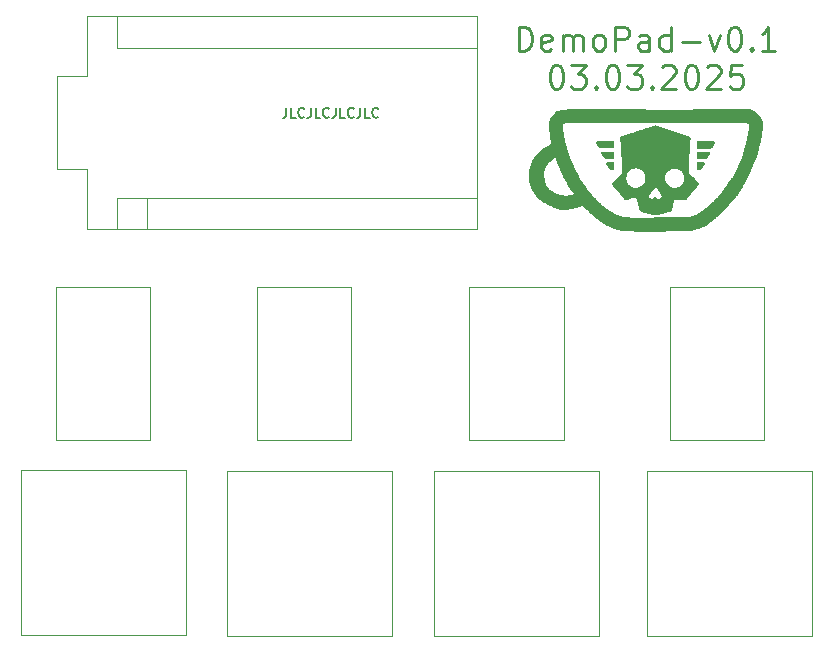
<source format=gbr>
%TF.GenerationSoftware,KiCad,Pcbnew,9.0.0*%
%TF.CreationDate,2025-03-03T22:54:26+00:00*%
%TF.ProjectId,controller,636f6e74-726f-46c6-9c65-722e6b696361,rev?*%
%TF.SameCoordinates,Original*%
%TF.FileFunction,Legend,Top*%
%TF.FilePolarity,Positive*%
%FSLAX46Y46*%
G04 Gerber Fmt 4.6, Leading zero omitted, Abs format (unit mm)*
G04 Created by KiCad (PCBNEW 9.0.0) date 2025-03-03 22:54:26*
%MOMM*%
%LPD*%
G01*
G04 APERTURE LIST*
%ADD10C,0.250000*%
%ADD11C,0.152400*%
%ADD12C,0.120000*%
%ADD13C,0.100000*%
%ADD14C,0.000000*%
G04 APERTURE END LIST*
D10*
X152190475Y-60522350D02*
X152190475Y-58522350D01*
X152190475Y-58522350D02*
X152666665Y-58522350D01*
X152666665Y-58522350D02*
X152952380Y-58617588D01*
X152952380Y-58617588D02*
X153142856Y-58808064D01*
X153142856Y-58808064D02*
X153238094Y-58998540D01*
X153238094Y-58998540D02*
X153333332Y-59379492D01*
X153333332Y-59379492D02*
X153333332Y-59665207D01*
X153333332Y-59665207D02*
X153238094Y-60046159D01*
X153238094Y-60046159D02*
X153142856Y-60236635D01*
X153142856Y-60236635D02*
X152952380Y-60427112D01*
X152952380Y-60427112D02*
X152666665Y-60522350D01*
X152666665Y-60522350D02*
X152190475Y-60522350D01*
X154952380Y-60427112D02*
X154761904Y-60522350D01*
X154761904Y-60522350D02*
X154380951Y-60522350D01*
X154380951Y-60522350D02*
X154190475Y-60427112D01*
X154190475Y-60427112D02*
X154095237Y-60236635D01*
X154095237Y-60236635D02*
X154095237Y-59474731D01*
X154095237Y-59474731D02*
X154190475Y-59284254D01*
X154190475Y-59284254D02*
X154380951Y-59189016D01*
X154380951Y-59189016D02*
X154761904Y-59189016D01*
X154761904Y-59189016D02*
X154952380Y-59284254D01*
X154952380Y-59284254D02*
X155047618Y-59474731D01*
X155047618Y-59474731D02*
X155047618Y-59665207D01*
X155047618Y-59665207D02*
X154095237Y-59855683D01*
X155904761Y-60522350D02*
X155904761Y-59189016D01*
X155904761Y-59379492D02*
X155999999Y-59284254D01*
X155999999Y-59284254D02*
X156190475Y-59189016D01*
X156190475Y-59189016D02*
X156476190Y-59189016D01*
X156476190Y-59189016D02*
X156666666Y-59284254D01*
X156666666Y-59284254D02*
X156761904Y-59474731D01*
X156761904Y-59474731D02*
X156761904Y-60522350D01*
X156761904Y-59474731D02*
X156857142Y-59284254D01*
X156857142Y-59284254D02*
X157047618Y-59189016D01*
X157047618Y-59189016D02*
X157333332Y-59189016D01*
X157333332Y-59189016D02*
X157523809Y-59284254D01*
X157523809Y-59284254D02*
X157619047Y-59474731D01*
X157619047Y-59474731D02*
X157619047Y-60522350D01*
X158857142Y-60522350D02*
X158666666Y-60427112D01*
X158666666Y-60427112D02*
X158571428Y-60331873D01*
X158571428Y-60331873D02*
X158476190Y-60141397D01*
X158476190Y-60141397D02*
X158476190Y-59569969D01*
X158476190Y-59569969D02*
X158571428Y-59379492D01*
X158571428Y-59379492D02*
X158666666Y-59284254D01*
X158666666Y-59284254D02*
X158857142Y-59189016D01*
X158857142Y-59189016D02*
X159142857Y-59189016D01*
X159142857Y-59189016D02*
X159333333Y-59284254D01*
X159333333Y-59284254D02*
X159428571Y-59379492D01*
X159428571Y-59379492D02*
X159523809Y-59569969D01*
X159523809Y-59569969D02*
X159523809Y-60141397D01*
X159523809Y-60141397D02*
X159428571Y-60331873D01*
X159428571Y-60331873D02*
X159333333Y-60427112D01*
X159333333Y-60427112D02*
X159142857Y-60522350D01*
X159142857Y-60522350D02*
X158857142Y-60522350D01*
X160380952Y-60522350D02*
X160380952Y-58522350D01*
X160380952Y-58522350D02*
X161142857Y-58522350D01*
X161142857Y-58522350D02*
X161333333Y-58617588D01*
X161333333Y-58617588D02*
X161428571Y-58712826D01*
X161428571Y-58712826D02*
X161523809Y-58903302D01*
X161523809Y-58903302D02*
X161523809Y-59189016D01*
X161523809Y-59189016D02*
X161428571Y-59379492D01*
X161428571Y-59379492D02*
X161333333Y-59474731D01*
X161333333Y-59474731D02*
X161142857Y-59569969D01*
X161142857Y-59569969D02*
X160380952Y-59569969D01*
X163238095Y-60522350D02*
X163238095Y-59474731D01*
X163238095Y-59474731D02*
X163142857Y-59284254D01*
X163142857Y-59284254D02*
X162952381Y-59189016D01*
X162952381Y-59189016D02*
X162571428Y-59189016D01*
X162571428Y-59189016D02*
X162380952Y-59284254D01*
X163238095Y-60427112D02*
X163047619Y-60522350D01*
X163047619Y-60522350D02*
X162571428Y-60522350D01*
X162571428Y-60522350D02*
X162380952Y-60427112D01*
X162380952Y-60427112D02*
X162285714Y-60236635D01*
X162285714Y-60236635D02*
X162285714Y-60046159D01*
X162285714Y-60046159D02*
X162380952Y-59855683D01*
X162380952Y-59855683D02*
X162571428Y-59760445D01*
X162571428Y-59760445D02*
X163047619Y-59760445D01*
X163047619Y-59760445D02*
X163238095Y-59665207D01*
X165047619Y-60522350D02*
X165047619Y-58522350D01*
X165047619Y-60427112D02*
X164857143Y-60522350D01*
X164857143Y-60522350D02*
X164476190Y-60522350D01*
X164476190Y-60522350D02*
X164285714Y-60427112D01*
X164285714Y-60427112D02*
X164190476Y-60331873D01*
X164190476Y-60331873D02*
X164095238Y-60141397D01*
X164095238Y-60141397D02*
X164095238Y-59569969D01*
X164095238Y-59569969D02*
X164190476Y-59379492D01*
X164190476Y-59379492D02*
X164285714Y-59284254D01*
X164285714Y-59284254D02*
X164476190Y-59189016D01*
X164476190Y-59189016D02*
X164857143Y-59189016D01*
X164857143Y-59189016D02*
X165047619Y-59284254D01*
X166000000Y-59760445D02*
X167523810Y-59760445D01*
X168285714Y-59189016D02*
X168761904Y-60522350D01*
X168761904Y-60522350D02*
X169238095Y-59189016D01*
X170380952Y-58522350D02*
X170571429Y-58522350D01*
X170571429Y-58522350D02*
X170761905Y-58617588D01*
X170761905Y-58617588D02*
X170857143Y-58712826D01*
X170857143Y-58712826D02*
X170952381Y-58903302D01*
X170952381Y-58903302D02*
X171047619Y-59284254D01*
X171047619Y-59284254D02*
X171047619Y-59760445D01*
X171047619Y-59760445D02*
X170952381Y-60141397D01*
X170952381Y-60141397D02*
X170857143Y-60331873D01*
X170857143Y-60331873D02*
X170761905Y-60427112D01*
X170761905Y-60427112D02*
X170571429Y-60522350D01*
X170571429Y-60522350D02*
X170380952Y-60522350D01*
X170380952Y-60522350D02*
X170190476Y-60427112D01*
X170190476Y-60427112D02*
X170095238Y-60331873D01*
X170095238Y-60331873D02*
X170000000Y-60141397D01*
X170000000Y-60141397D02*
X169904762Y-59760445D01*
X169904762Y-59760445D02*
X169904762Y-59284254D01*
X169904762Y-59284254D02*
X170000000Y-58903302D01*
X170000000Y-58903302D02*
X170095238Y-58712826D01*
X170095238Y-58712826D02*
X170190476Y-58617588D01*
X170190476Y-58617588D02*
X170380952Y-58522350D01*
X171904762Y-60331873D02*
X172000000Y-60427112D01*
X172000000Y-60427112D02*
X171904762Y-60522350D01*
X171904762Y-60522350D02*
X171809524Y-60427112D01*
X171809524Y-60427112D02*
X171904762Y-60331873D01*
X171904762Y-60331873D02*
X171904762Y-60522350D01*
X173904762Y-60522350D02*
X172761905Y-60522350D01*
X173333333Y-60522350D02*
X173333333Y-58522350D01*
X173333333Y-58522350D02*
X173142857Y-58808064D01*
X173142857Y-58808064D02*
X172952381Y-58998540D01*
X172952381Y-58998540D02*
X172761905Y-59093778D01*
X155285713Y-61742238D02*
X155476190Y-61742238D01*
X155476190Y-61742238D02*
X155666666Y-61837476D01*
X155666666Y-61837476D02*
X155761904Y-61932714D01*
X155761904Y-61932714D02*
X155857142Y-62123190D01*
X155857142Y-62123190D02*
X155952380Y-62504142D01*
X155952380Y-62504142D02*
X155952380Y-62980333D01*
X155952380Y-62980333D02*
X155857142Y-63361285D01*
X155857142Y-63361285D02*
X155761904Y-63551761D01*
X155761904Y-63551761D02*
X155666666Y-63647000D01*
X155666666Y-63647000D02*
X155476190Y-63742238D01*
X155476190Y-63742238D02*
X155285713Y-63742238D01*
X155285713Y-63742238D02*
X155095237Y-63647000D01*
X155095237Y-63647000D02*
X154999999Y-63551761D01*
X154999999Y-63551761D02*
X154904761Y-63361285D01*
X154904761Y-63361285D02*
X154809523Y-62980333D01*
X154809523Y-62980333D02*
X154809523Y-62504142D01*
X154809523Y-62504142D02*
X154904761Y-62123190D01*
X154904761Y-62123190D02*
X154999999Y-61932714D01*
X154999999Y-61932714D02*
X155095237Y-61837476D01*
X155095237Y-61837476D02*
X155285713Y-61742238D01*
X156619047Y-61742238D02*
X157857142Y-61742238D01*
X157857142Y-61742238D02*
X157190475Y-62504142D01*
X157190475Y-62504142D02*
X157476190Y-62504142D01*
X157476190Y-62504142D02*
X157666666Y-62599380D01*
X157666666Y-62599380D02*
X157761904Y-62694619D01*
X157761904Y-62694619D02*
X157857142Y-62885095D01*
X157857142Y-62885095D02*
X157857142Y-63361285D01*
X157857142Y-63361285D02*
X157761904Y-63551761D01*
X157761904Y-63551761D02*
X157666666Y-63647000D01*
X157666666Y-63647000D02*
X157476190Y-63742238D01*
X157476190Y-63742238D02*
X156904761Y-63742238D01*
X156904761Y-63742238D02*
X156714285Y-63647000D01*
X156714285Y-63647000D02*
X156619047Y-63551761D01*
X158714285Y-63551761D02*
X158809523Y-63647000D01*
X158809523Y-63647000D02*
X158714285Y-63742238D01*
X158714285Y-63742238D02*
X158619047Y-63647000D01*
X158619047Y-63647000D02*
X158714285Y-63551761D01*
X158714285Y-63551761D02*
X158714285Y-63742238D01*
X160047618Y-61742238D02*
X160238095Y-61742238D01*
X160238095Y-61742238D02*
X160428571Y-61837476D01*
X160428571Y-61837476D02*
X160523809Y-61932714D01*
X160523809Y-61932714D02*
X160619047Y-62123190D01*
X160619047Y-62123190D02*
X160714285Y-62504142D01*
X160714285Y-62504142D02*
X160714285Y-62980333D01*
X160714285Y-62980333D02*
X160619047Y-63361285D01*
X160619047Y-63361285D02*
X160523809Y-63551761D01*
X160523809Y-63551761D02*
X160428571Y-63647000D01*
X160428571Y-63647000D02*
X160238095Y-63742238D01*
X160238095Y-63742238D02*
X160047618Y-63742238D01*
X160047618Y-63742238D02*
X159857142Y-63647000D01*
X159857142Y-63647000D02*
X159761904Y-63551761D01*
X159761904Y-63551761D02*
X159666666Y-63361285D01*
X159666666Y-63361285D02*
X159571428Y-62980333D01*
X159571428Y-62980333D02*
X159571428Y-62504142D01*
X159571428Y-62504142D02*
X159666666Y-62123190D01*
X159666666Y-62123190D02*
X159761904Y-61932714D01*
X159761904Y-61932714D02*
X159857142Y-61837476D01*
X159857142Y-61837476D02*
X160047618Y-61742238D01*
X161380952Y-61742238D02*
X162619047Y-61742238D01*
X162619047Y-61742238D02*
X161952380Y-62504142D01*
X161952380Y-62504142D02*
X162238095Y-62504142D01*
X162238095Y-62504142D02*
X162428571Y-62599380D01*
X162428571Y-62599380D02*
X162523809Y-62694619D01*
X162523809Y-62694619D02*
X162619047Y-62885095D01*
X162619047Y-62885095D02*
X162619047Y-63361285D01*
X162619047Y-63361285D02*
X162523809Y-63551761D01*
X162523809Y-63551761D02*
X162428571Y-63647000D01*
X162428571Y-63647000D02*
X162238095Y-63742238D01*
X162238095Y-63742238D02*
X161666666Y-63742238D01*
X161666666Y-63742238D02*
X161476190Y-63647000D01*
X161476190Y-63647000D02*
X161380952Y-63551761D01*
X163476190Y-63551761D02*
X163571428Y-63647000D01*
X163571428Y-63647000D02*
X163476190Y-63742238D01*
X163476190Y-63742238D02*
X163380952Y-63647000D01*
X163380952Y-63647000D02*
X163476190Y-63551761D01*
X163476190Y-63551761D02*
X163476190Y-63742238D01*
X164333333Y-61932714D02*
X164428571Y-61837476D01*
X164428571Y-61837476D02*
X164619047Y-61742238D01*
X164619047Y-61742238D02*
X165095238Y-61742238D01*
X165095238Y-61742238D02*
X165285714Y-61837476D01*
X165285714Y-61837476D02*
X165380952Y-61932714D01*
X165380952Y-61932714D02*
X165476190Y-62123190D01*
X165476190Y-62123190D02*
X165476190Y-62313666D01*
X165476190Y-62313666D02*
X165380952Y-62599380D01*
X165380952Y-62599380D02*
X164238095Y-63742238D01*
X164238095Y-63742238D02*
X165476190Y-63742238D01*
X166714285Y-61742238D02*
X166904762Y-61742238D01*
X166904762Y-61742238D02*
X167095238Y-61837476D01*
X167095238Y-61837476D02*
X167190476Y-61932714D01*
X167190476Y-61932714D02*
X167285714Y-62123190D01*
X167285714Y-62123190D02*
X167380952Y-62504142D01*
X167380952Y-62504142D02*
X167380952Y-62980333D01*
X167380952Y-62980333D02*
X167285714Y-63361285D01*
X167285714Y-63361285D02*
X167190476Y-63551761D01*
X167190476Y-63551761D02*
X167095238Y-63647000D01*
X167095238Y-63647000D02*
X166904762Y-63742238D01*
X166904762Y-63742238D02*
X166714285Y-63742238D01*
X166714285Y-63742238D02*
X166523809Y-63647000D01*
X166523809Y-63647000D02*
X166428571Y-63551761D01*
X166428571Y-63551761D02*
X166333333Y-63361285D01*
X166333333Y-63361285D02*
X166238095Y-62980333D01*
X166238095Y-62980333D02*
X166238095Y-62504142D01*
X166238095Y-62504142D02*
X166333333Y-62123190D01*
X166333333Y-62123190D02*
X166428571Y-61932714D01*
X166428571Y-61932714D02*
X166523809Y-61837476D01*
X166523809Y-61837476D02*
X166714285Y-61742238D01*
X168142857Y-61932714D02*
X168238095Y-61837476D01*
X168238095Y-61837476D02*
X168428571Y-61742238D01*
X168428571Y-61742238D02*
X168904762Y-61742238D01*
X168904762Y-61742238D02*
X169095238Y-61837476D01*
X169095238Y-61837476D02*
X169190476Y-61932714D01*
X169190476Y-61932714D02*
X169285714Y-62123190D01*
X169285714Y-62123190D02*
X169285714Y-62313666D01*
X169285714Y-62313666D02*
X169190476Y-62599380D01*
X169190476Y-62599380D02*
X168047619Y-63742238D01*
X168047619Y-63742238D02*
X169285714Y-63742238D01*
X171095238Y-61742238D02*
X170142857Y-61742238D01*
X170142857Y-61742238D02*
X170047619Y-62694619D01*
X170047619Y-62694619D02*
X170142857Y-62599380D01*
X170142857Y-62599380D02*
X170333333Y-62504142D01*
X170333333Y-62504142D02*
X170809524Y-62504142D01*
X170809524Y-62504142D02*
X171000000Y-62599380D01*
X171000000Y-62599380D02*
X171095238Y-62694619D01*
X171095238Y-62694619D02*
X171190476Y-62885095D01*
X171190476Y-62885095D02*
X171190476Y-63361285D01*
X171190476Y-63361285D02*
X171095238Y-63551761D01*
X171095238Y-63551761D02*
X171000000Y-63647000D01*
X171000000Y-63647000D02*
X170809524Y-63742238D01*
X170809524Y-63742238D02*
X170333333Y-63742238D01*
X170333333Y-63742238D02*
X170142857Y-63647000D01*
X170142857Y-63647000D02*
X170047619Y-63551761D01*
D11*
X132526015Y-65379803D02*
X132526015Y-65960375D01*
X132526015Y-65960375D02*
X132487310Y-66076489D01*
X132487310Y-66076489D02*
X132409901Y-66153899D01*
X132409901Y-66153899D02*
X132293786Y-66192603D01*
X132293786Y-66192603D02*
X132216377Y-66192603D01*
X133300110Y-66192603D02*
X132913062Y-66192603D01*
X132913062Y-66192603D02*
X132913062Y-65379803D01*
X134035500Y-66115194D02*
X133996796Y-66153899D01*
X133996796Y-66153899D02*
X133880681Y-66192603D01*
X133880681Y-66192603D02*
X133803272Y-66192603D01*
X133803272Y-66192603D02*
X133687158Y-66153899D01*
X133687158Y-66153899D02*
X133609748Y-66076489D01*
X133609748Y-66076489D02*
X133571043Y-65999079D01*
X133571043Y-65999079D02*
X133532339Y-65844260D01*
X133532339Y-65844260D02*
X133532339Y-65728146D01*
X133532339Y-65728146D02*
X133571043Y-65573327D01*
X133571043Y-65573327D02*
X133609748Y-65495918D01*
X133609748Y-65495918D02*
X133687158Y-65418508D01*
X133687158Y-65418508D02*
X133803272Y-65379803D01*
X133803272Y-65379803D02*
X133880681Y-65379803D01*
X133880681Y-65379803D02*
X133996796Y-65418508D01*
X133996796Y-65418508D02*
X134035500Y-65457213D01*
X134616072Y-65379803D02*
X134616072Y-65960375D01*
X134616072Y-65960375D02*
X134577367Y-66076489D01*
X134577367Y-66076489D02*
X134499958Y-66153899D01*
X134499958Y-66153899D02*
X134383843Y-66192603D01*
X134383843Y-66192603D02*
X134306434Y-66192603D01*
X135390167Y-66192603D02*
X135003119Y-66192603D01*
X135003119Y-66192603D02*
X135003119Y-65379803D01*
X136125557Y-66115194D02*
X136086853Y-66153899D01*
X136086853Y-66153899D02*
X135970738Y-66192603D01*
X135970738Y-66192603D02*
X135893329Y-66192603D01*
X135893329Y-66192603D02*
X135777215Y-66153899D01*
X135777215Y-66153899D02*
X135699805Y-66076489D01*
X135699805Y-66076489D02*
X135661100Y-65999079D01*
X135661100Y-65999079D02*
X135622396Y-65844260D01*
X135622396Y-65844260D02*
X135622396Y-65728146D01*
X135622396Y-65728146D02*
X135661100Y-65573327D01*
X135661100Y-65573327D02*
X135699805Y-65495918D01*
X135699805Y-65495918D02*
X135777215Y-65418508D01*
X135777215Y-65418508D02*
X135893329Y-65379803D01*
X135893329Y-65379803D02*
X135970738Y-65379803D01*
X135970738Y-65379803D02*
X136086853Y-65418508D01*
X136086853Y-65418508D02*
X136125557Y-65457213D01*
X136706129Y-65379803D02*
X136706129Y-65960375D01*
X136706129Y-65960375D02*
X136667424Y-66076489D01*
X136667424Y-66076489D02*
X136590015Y-66153899D01*
X136590015Y-66153899D02*
X136473900Y-66192603D01*
X136473900Y-66192603D02*
X136396491Y-66192603D01*
X137480224Y-66192603D02*
X137093176Y-66192603D01*
X137093176Y-66192603D02*
X137093176Y-65379803D01*
X138215614Y-66115194D02*
X138176910Y-66153899D01*
X138176910Y-66153899D02*
X138060795Y-66192603D01*
X138060795Y-66192603D02*
X137983386Y-66192603D01*
X137983386Y-66192603D02*
X137867272Y-66153899D01*
X137867272Y-66153899D02*
X137789862Y-66076489D01*
X137789862Y-66076489D02*
X137751157Y-65999079D01*
X137751157Y-65999079D02*
X137712453Y-65844260D01*
X137712453Y-65844260D02*
X137712453Y-65728146D01*
X137712453Y-65728146D02*
X137751157Y-65573327D01*
X137751157Y-65573327D02*
X137789862Y-65495918D01*
X137789862Y-65495918D02*
X137867272Y-65418508D01*
X137867272Y-65418508D02*
X137983386Y-65379803D01*
X137983386Y-65379803D02*
X138060795Y-65379803D01*
X138060795Y-65379803D02*
X138176910Y-65418508D01*
X138176910Y-65418508D02*
X138215614Y-65457213D01*
X138796186Y-65379803D02*
X138796186Y-65960375D01*
X138796186Y-65960375D02*
X138757481Y-66076489D01*
X138757481Y-66076489D02*
X138680072Y-66153899D01*
X138680072Y-66153899D02*
X138563957Y-66192603D01*
X138563957Y-66192603D02*
X138486548Y-66192603D01*
X139570281Y-66192603D02*
X139183233Y-66192603D01*
X139183233Y-66192603D02*
X139183233Y-65379803D01*
X140305671Y-66115194D02*
X140266967Y-66153899D01*
X140266967Y-66153899D02*
X140150852Y-66192603D01*
X140150852Y-66192603D02*
X140073443Y-66192603D01*
X140073443Y-66192603D02*
X139957329Y-66153899D01*
X139957329Y-66153899D02*
X139879919Y-66076489D01*
X139879919Y-66076489D02*
X139841214Y-65999079D01*
X139841214Y-65999079D02*
X139802510Y-65844260D01*
X139802510Y-65844260D02*
X139802510Y-65728146D01*
X139802510Y-65728146D02*
X139841214Y-65573327D01*
X139841214Y-65573327D02*
X139879919Y-65495918D01*
X139879919Y-65495918D02*
X139957329Y-65418508D01*
X139957329Y-65418508D02*
X140073443Y-65379803D01*
X140073443Y-65379803D02*
X140150852Y-65379803D01*
X140150852Y-65379803D02*
X140266967Y-65418508D01*
X140266967Y-65418508D02*
X140305671Y-65457213D01*
D12*
%TO.C,U1*%
X113110000Y-62683000D02*
X113110000Y-70557000D01*
X113110000Y-62683000D02*
X115650000Y-62683000D01*
X113110000Y-70557000D02*
X115650000Y-70557000D01*
X115650000Y-57603000D02*
X115650000Y-62683000D01*
X115650000Y-70557000D02*
X115650000Y-75637000D01*
X115650000Y-75637000D02*
X148670000Y-75640000D01*
X118190000Y-60270000D02*
X118190000Y-57600000D01*
X118190000Y-72970000D02*
X118190000Y-75640000D01*
X120730000Y-72970000D02*
X120730000Y-75640000D01*
X146130000Y-60270000D02*
X118190000Y-60270000D01*
X146130000Y-60270000D02*
X148670000Y-60270000D01*
X148670000Y-57603000D02*
X115650000Y-57603000D01*
X148670000Y-60270000D02*
X148670000Y-57603000D01*
X148670000Y-72970000D02*
X118190000Y-72970000D01*
X148670000Y-72970000D02*
X148670000Y-75640000D01*
X148670000Y-75637000D02*
X148670000Y-60270000D01*
%TO.C,SW11*%
X110015000Y-96015000D02*
X123985000Y-96015000D01*
X110015000Y-109985000D02*
X110015000Y-96015000D01*
X123985000Y-96015000D02*
X123985000Y-109985000D01*
X123985000Y-109985000D02*
X110015000Y-109985000D01*
%TO.C,SW8*%
X145015000Y-96095000D02*
X158985000Y-96095000D01*
X145015000Y-110065000D02*
X145015000Y-96095000D01*
X158985000Y-96095000D02*
X158985000Y-110065000D01*
X158985000Y-110065000D02*
X145015000Y-110065000D01*
D13*
%TO.C,SW2*%
X148000000Y-80500000D02*
X156000000Y-80500000D01*
X148000000Y-93500000D02*
X148000000Y-80500000D01*
X156000000Y-80500000D02*
X156000000Y-93500000D01*
X156000000Y-93500000D02*
X148000000Y-93500000D01*
D14*
%TO.C,G\u002A\u002A\u002A*%
G36*
X160267431Y-70288093D02*
G01*
X160267431Y-70593219D01*
X160085978Y-70593219D01*
X159904525Y-70593219D01*
X159838714Y-70494901D01*
X159808231Y-70449879D01*
X159783285Y-70413995D01*
X159767808Y-70392864D01*
X159765150Y-70389802D01*
X159748074Y-70367697D01*
X159723880Y-70327614D01*
X159696102Y-70276515D01*
X159668274Y-70221365D01*
X159643929Y-70169128D01*
X159626601Y-70126767D01*
X159620041Y-70103822D01*
X159618842Y-70065167D01*
X159631905Y-70037286D01*
X159650715Y-70017767D01*
X159688263Y-69982968D01*
X159977847Y-69982968D01*
X160267431Y-69982968D01*
X160267431Y-70288093D01*
G37*
G36*
X167923307Y-70016254D02*
G01*
X167949837Y-70057111D01*
X167952451Y-70104453D01*
X167931072Y-70160825D01*
X167918234Y-70182643D01*
X167896983Y-70216412D01*
X167865559Y-70266559D01*
X167828122Y-70326433D01*
X167788832Y-70389388D01*
X167787079Y-70392201D01*
X167740925Y-70466580D01*
X167705474Y-70521506D01*
X167676117Y-70559912D01*
X167648245Y-70584730D01*
X167617248Y-70598894D01*
X167578518Y-70605336D01*
X167527444Y-70606990D01*
X167459420Y-70606789D01*
X167449886Y-70606780D01*
X167264975Y-70606780D01*
X167264975Y-70294874D01*
X167264975Y-69982968D01*
X167577498Y-69982968D01*
X167890020Y-69982968D01*
X167923307Y-70016254D01*
G37*
G36*
X159845870Y-69097308D02*
G01*
X159938574Y-69098104D01*
X160267431Y-69101494D01*
X160267431Y-69406620D01*
X160267431Y-69711745D01*
X160013160Y-69708865D01*
X159919860Y-69707652D01*
X159823812Y-69706132D01*
X159733085Y-69704450D01*
X159655750Y-69702754D01*
X159613827Y-69701633D01*
X159468765Y-69697281D01*
X159381846Y-69565512D01*
X159309804Y-69454177D01*
X159254422Y-69363847D01*
X159215538Y-69294251D01*
X159199118Y-69260200D01*
X159186428Y-69216106D01*
X159183283Y-69170470D01*
X159189654Y-69133332D01*
X159199492Y-69117987D01*
X159221020Y-69111749D01*
X159268339Y-69106547D01*
X159340138Y-69102416D01*
X159435102Y-69099391D01*
X159551921Y-69097508D01*
X159689281Y-69096802D01*
X159845870Y-69097308D01*
G37*
G36*
X168116505Y-69084759D02*
G01*
X168185778Y-69085278D01*
X168240675Y-69086199D01*
X168283016Y-69087559D01*
X168314623Y-69089401D01*
X168337316Y-69091765D01*
X168352915Y-69094691D01*
X168363243Y-69098220D01*
X168370119Y-69102391D01*
X168375364Y-69107246D01*
X168379804Y-69111844D01*
X168404523Y-69153782D01*
X168404837Y-69202675D01*
X168380978Y-69254143D01*
X168371543Y-69266560D01*
X168349852Y-69296320D01*
X168319007Y-69342992D01*
X168283289Y-69399928D01*
X168250468Y-69454532D01*
X168212747Y-69516696D01*
X168174632Y-69576123D01*
X168140925Y-69625507D01*
X168119172Y-69654314D01*
X168071863Y-69711256D01*
X167670434Y-69711501D01*
X167269006Y-69711745D01*
X167259427Y-69448200D01*
X167255929Y-69338206D01*
X167254577Y-69252447D01*
X167255664Y-69188100D01*
X167259486Y-69142341D01*
X167266336Y-69112346D01*
X167276509Y-69095292D01*
X167290299Y-69088355D01*
X167296997Y-69087779D01*
X167490765Y-69086747D01*
X167659232Y-69085873D01*
X167804219Y-69085196D01*
X167927546Y-69084758D01*
X168031034Y-69084599D01*
X168116505Y-69084759D01*
G37*
G36*
X159322405Y-68194812D02*
G01*
X159472408Y-68195271D01*
X159535099Y-68195485D01*
X160267431Y-68198008D01*
X160267431Y-68500579D01*
X160267431Y-68803149D01*
X159884329Y-68806540D01*
X159704989Y-68808018D01*
X159551208Y-68809037D01*
X159421426Y-68809590D01*
X159314082Y-68809670D01*
X159227617Y-68809270D01*
X159160471Y-68808381D01*
X159111085Y-68806998D01*
X159077898Y-68805112D01*
X159059350Y-68802716D01*
X159059155Y-68802671D01*
X159035224Y-68787311D01*
X159001543Y-68752410D01*
X158961286Y-68702273D01*
X158917629Y-68641205D01*
X158873745Y-68573511D01*
X158832808Y-68503494D01*
X158817661Y-68475207D01*
X158790900Y-68424305D01*
X158767153Y-68380187D01*
X158750464Y-68350333D01*
X158747287Y-68345033D01*
X158737818Y-68306636D01*
X158747755Y-68261943D01*
X158774809Y-68220935D01*
X158776020Y-68219707D01*
X158782589Y-68213883D01*
X158791151Y-68208982D01*
X158803913Y-68204935D01*
X158823087Y-68201670D01*
X158850881Y-68199118D01*
X158889505Y-68197207D01*
X158941168Y-68195868D01*
X159008080Y-68195029D01*
X159092451Y-68194621D01*
X159196489Y-68194572D01*
X159322405Y-68194812D01*
G37*
G36*
X168788846Y-68233967D02*
G01*
X168811501Y-68264942D01*
X168823781Y-68289614D01*
X168824505Y-68294015D01*
X168817591Y-68319145D01*
X168798683Y-68362066D01*
X168770533Y-68417806D01*
X168735893Y-68481391D01*
X168697517Y-68547850D01*
X168658155Y-68612210D01*
X168620559Y-68669499D01*
X168602756Y-68694660D01*
X168569190Y-68739159D01*
X168540576Y-68770534D01*
X168510985Y-68791438D01*
X168474490Y-68804521D01*
X168425161Y-68812436D01*
X168357071Y-68817834D01*
X168322744Y-68819913D01*
X168242362Y-68824705D01*
X168157342Y-68829867D01*
X168079144Y-68834699D01*
X168030931Y-68837746D01*
X167976064Y-68840427D01*
X167932109Y-68840996D01*
X167905593Y-68839443D01*
X167901011Y-68837975D01*
X167885752Y-68835656D01*
X167847510Y-68833555D01*
X167790426Y-68831792D01*
X167718638Y-68830486D01*
X167636286Y-68829755D01*
X167613098Y-68829673D01*
X167519051Y-68829347D01*
X167448211Y-68828618D01*
X167396659Y-68827083D01*
X167360481Y-68824338D01*
X167335759Y-68819977D01*
X167318577Y-68813598D01*
X167305019Y-68804796D01*
X167295500Y-68796903D01*
X167258195Y-68764813D01*
X167262727Y-68495807D01*
X167264751Y-68412633D01*
X167267735Y-68338527D01*
X167271407Y-68277843D01*
X167275497Y-68234936D01*
X167279732Y-68214161D01*
X167280345Y-68213240D01*
X167297014Y-68209970D01*
X167339847Y-68206947D01*
X167407886Y-68204195D01*
X167500173Y-68201736D01*
X167615751Y-68199593D01*
X167753663Y-68197788D01*
X167912950Y-68196344D01*
X168023308Y-68195633D01*
X168753186Y-68191588D01*
X168788846Y-68233967D01*
G37*
G36*
X163889763Y-66880622D02*
G01*
X163956901Y-66899503D01*
X164025152Y-66919916D01*
X164082868Y-66938341D01*
X164098451Y-66943678D01*
X164126326Y-66953236D01*
X164177326Y-66970451D01*
X164248830Y-66994449D01*
X164338218Y-67024355D01*
X164442869Y-67059294D01*
X164560164Y-67098391D01*
X164687481Y-67140770D01*
X164822201Y-67185556D01*
X164918899Y-67217669D01*
X165056227Y-67263380D01*
X165187154Y-67307200D01*
X165309174Y-67348276D01*
X165419786Y-67385754D01*
X165516483Y-67418778D01*
X165596762Y-67446496D01*
X165658118Y-67468052D01*
X165698049Y-67482592D01*
X165712226Y-67488284D01*
X165761402Y-67507619D01*
X165816441Y-67524362D01*
X165830000Y-67527622D01*
X165881636Y-67541001D01*
X165940069Y-67558879D01*
X165965611Y-67567639D01*
X165999370Y-67579298D01*
X166054195Y-67597645D01*
X166125315Y-67621112D01*
X166207961Y-67648129D01*
X166297364Y-67677125D01*
X166342818Y-67691781D01*
X166450441Y-67726758D01*
X166535207Y-67755265D01*
X166600247Y-67778604D01*
X166648689Y-67798078D01*
X166683663Y-67814988D01*
X166708297Y-67830636D01*
X166725720Y-67846323D01*
X166731996Y-67853684D01*
X166739106Y-67877141D01*
X166742784Y-67920562D01*
X166743058Y-67977011D01*
X166739955Y-68039551D01*
X166733502Y-68101244D01*
X166730955Y-68118312D01*
X166727874Y-68145214D01*
X166723536Y-68193700D01*
X166718386Y-68258286D01*
X166712868Y-68333486D01*
X166709022Y-68389535D01*
X166703218Y-68468916D01*
X166696957Y-68541520D01*
X166690786Y-68601860D01*
X166685250Y-68644450D01*
X166682047Y-68660758D01*
X166677961Y-68688182D01*
X166674359Y-68736944D01*
X166671530Y-68801256D01*
X166669759Y-68875334D01*
X166669350Y-68916341D01*
X166668559Y-68990312D01*
X166667083Y-69054740D01*
X166665095Y-69104740D01*
X166662769Y-69135426D01*
X166661288Y-69142528D01*
X166659138Y-69158414D01*
X166656372Y-69198024D01*
X166653151Y-69257972D01*
X166649638Y-69334869D01*
X166645992Y-69425330D01*
X166642376Y-69525967D01*
X166640862Y-69571781D01*
X166636888Y-69688029D01*
X166632418Y-69806546D01*
X166627698Y-69921564D01*
X166622976Y-70027314D01*
X166618501Y-70118027D01*
X166614519Y-70187933D01*
X166614183Y-70193165D01*
X166608429Y-70287180D01*
X166602379Y-70395321D01*
X166596730Y-70504607D01*
X166592177Y-70602061D01*
X166591946Y-70607431D01*
X166582937Y-70818280D01*
X166628774Y-70871873D01*
X166649060Y-70894129D01*
X166685857Y-70932999D01*
X166736595Y-70985827D01*
X166798701Y-71049954D01*
X166869604Y-71122723D01*
X166946732Y-71201476D01*
X167008717Y-71264495D01*
X167122210Y-71379940D01*
X167217622Y-71477650D01*
X167296175Y-71558939D01*
X167359089Y-71625126D01*
X167407587Y-71677526D01*
X167442891Y-71717456D01*
X167466221Y-71746233D01*
X167478801Y-71765173D01*
X167481953Y-71774478D01*
X167473182Y-71797662D01*
X167449503Y-71834694D01*
X167414875Y-71879934D01*
X167378345Y-71922210D01*
X167343883Y-71961477D01*
X167311390Y-72000890D01*
X167304028Y-72010357D01*
X167282782Y-72037172D01*
X167248949Y-72078640D01*
X167207482Y-72128728D01*
X167170345Y-72173091D01*
X167122623Y-72230549D01*
X167074946Y-72289243D01*
X167033788Y-72341141D01*
X167011871Y-72369727D01*
X166975562Y-72416758D01*
X166938331Y-72462557D01*
X166913912Y-72490829D01*
X166888534Y-72522417D01*
X166873485Y-72548144D01*
X166871702Y-72555245D01*
X166863654Y-72571667D01*
X166858361Y-72573144D01*
X166845852Y-72583116D01*
X166818734Y-72611023D01*
X166779626Y-72653853D01*
X166731146Y-72708594D01*
X166675913Y-72772235D01*
X166616546Y-72841763D01*
X166555665Y-72914166D01*
X166495889Y-72986433D01*
X166451307Y-73041273D01*
X166412546Y-73089046D01*
X166375908Y-73133620D01*
X166347921Y-73167070D01*
X166342712Y-73173145D01*
X166308703Y-73212437D01*
X165834170Y-73211277D01*
X165359636Y-73210116D01*
X165336580Y-73288293D01*
X165321065Y-73346985D01*
X165305871Y-73414131D01*
X165298007Y-73454618D01*
X165284912Y-73518086D01*
X165267987Y-73586192D01*
X165257048Y-73624132D01*
X165242749Y-73671888D01*
X165224561Y-73735524D01*
X165204420Y-73807930D01*
X165184263Y-73881998D01*
X165166027Y-73950618D01*
X165151648Y-74006681D01*
X165143614Y-74040493D01*
X165119356Y-74096209D01*
X165074102Y-74135149D01*
X165007451Y-74157644D01*
X164999526Y-74159012D01*
X164939644Y-74170804D01*
X164875349Y-74186671D01*
X164850354Y-74193902D01*
X164755346Y-74223205D01*
X164682010Y-74245628D01*
X164626134Y-74262401D01*
X164583510Y-74274757D01*
X164549926Y-74283928D01*
X164521174Y-74291145D01*
X164505285Y-74294868D01*
X164472413Y-74302908D01*
X164430386Y-74314174D01*
X164376232Y-74329531D01*
X164306980Y-74349847D01*
X164219660Y-74375990D01*
X164111301Y-74408825D01*
X164030853Y-74433352D01*
X163885593Y-74468263D01*
X163753250Y-74480448D01*
X163634586Y-74469850D01*
X163610250Y-74464420D01*
X163554646Y-74449413D01*
X163488114Y-74429867D01*
X163427175Y-74410694D01*
X163363890Y-74390853D01*
X163288708Y-74368658D01*
X163216041Y-74348342D01*
X163203416Y-74344967D01*
X163139929Y-74327658D01*
X163061234Y-74305476D01*
X162978059Y-74281475D01*
X162911852Y-74261926D01*
X162834767Y-74238909D01*
X162754516Y-74215024D01*
X162681225Y-74193281D01*
X162630629Y-74178338D01*
X162557523Y-74153265D01*
X162507356Y-74126626D01*
X162475983Y-74095411D01*
X162459260Y-74056612D01*
X162458491Y-74053358D01*
X162451436Y-74026384D01*
X162438371Y-73980139D01*
X162421210Y-73921291D01*
X162403361Y-73861452D01*
X162381946Y-73789680D01*
X162356048Y-73701746D01*
X162328575Y-73607584D01*
X162302435Y-73517128D01*
X162296175Y-73495301D01*
X162259766Y-73368326D01*
X162229900Y-73264810D01*
X162205749Y-73182111D01*
X162186484Y-73117587D01*
X162171279Y-73068594D01*
X162159304Y-73032491D01*
X162149734Y-73006636D01*
X162141739Y-72988385D01*
X162134492Y-72975097D01*
X162131954Y-72971091D01*
X162115749Y-72950466D01*
X162096654Y-72941247D01*
X162065352Y-72940635D01*
X162038698Y-72943039D01*
X162002026Y-72950480D01*
X161946623Y-72966150D01*
X161878808Y-72987873D01*
X161804899Y-73013470D01*
X161731211Y-73040767D01*
X161664063Y-73067586D01*
X161616764Y-73088420D01*
X161585139Y-73101949D01*
X161538366Y-73120367D01*
X161482521Y-73141465D01*
X161423682Y-73163037D01*
X161367926Y-73182875D01*
X161321329Y-73198773D01*
X161289969Y-73208522D01*
X161280606Y-73210517D01*
X161261442Y-73200488D01*
X161228458Y-73172577D01*
X161184817Y-73130054D01*
X161133680Y-73076187D01*
X161078209Y-73014242D01*
X161021565Y-72947489D01*
X160997215Y-72917598D01*
X160956804Y-72867787D01*
X163224056Y-72867787D01*
X163233265Y-72891295D01*
X163257605Y-72926435D01*
X163291675Y-72967114D01*
X163330079Y-73007238D01*
X163367419Y-73040711D01*
X163393272Y-73058820D01*
X163435737Y-73071476D01*
X163491060Y-73073342D01*
X163547164Y-73064299D01*
X163559516Y-73060453D01*
X163592665Y-73040566D01*
X163608833Y-73016379D01*
X163621392Y-72992156D01*
X163647290Y-72955557D01*
X163681258Y-72913942D01*
X163686222Y-72908288D01*
X163755755Y-72829818D01*
X163822667Y-72899607D01*
X163859426Y-72939288D01*
X163890786Y-72975512D01*
X163909506Y-72999807D01*
X163934997Y-73026775D01*
X163970970Y-73052493D01*
X163975597Y-73055080D01*
X164007950Y-73069941D01*
X164035236Y-73072497D01*
X164071334Y-73063545D01*
X164079065Y-73061030D01*
X164122715Y-73039902D01*
X164171636Y-73006060D01*
X164219177Y-72965399D01*
X164258685Y-72923815D01*
X164283509Y-72887204D01*
X164287624Y-72876162D01*
X164290438Y-72853903D01*
X164287302Y-72827899D01*
X164276863Y-72795500D01*
X164257772Y-72754054D01*
X164228676Y-72700910D01*
X164188225Y-72633415D01*
X164135067Y-72548918D01*
X164067850Y-72444768D01*
X164067555Y-72444313D01*
X164006092Y-72350104D01*
X163957449Y-72276309D01*
X163919910Y-72220445D01*
X163891760Y-72180028D01*
X163871282Y-72152575D01*
X163856760Y-72135601D01*
X163849709Y-72129017D01*
X163812459Y-72112561D01*
X163772867Y-72122380D01*
X163730094Y-72158723D01*
X163723702Y-72166061D01*
X163689125Y-72205770D01*
X163646373Y-72253251D01*
X163613640Y-72288651D01*
X163581421Y-72324853D01*
X163558320Y-72354417D01*
X163549231Y-72371071D01*
X163549225Y-72371259D01*
X163539855Y-72387506D01*
X163515792Y-72414194D01*
X163494781Y-72434148D01*
X163461879Y-72469660D01*
X163423762Y-72519710D01*
X163387614Y-72574711D01*
X163380649Y-72586504D01*
X163350828Y-72635838D01*
X163323151Y-72677507D01*
X163302253Y-72704673D01*
X163297333Y-72709541D01*
X163273166Y-72739417D01*
X163249214Y-72783957D01*
X163231004Y-72831226D01*
X163224056Y-72867787D01*
X160956804Y-72867787D01*
X160946062Y-72854546D01*
X160885839Y-72781213D01*
X160825080Y-72707951D01*
X160784846Y-72659937D01*
X160740065Y-72606770D01*
X160699895Y-72558998D01*
X160668511Y-72521587D01*
X160650084Y-72499505D01*
X160649235Y-72498477D01*
X160633170Y-72479314D01*
X160602971Y-72443571D01*
X160562085Y-72395318D01*
X160513959Y-72338625D01*
X160476927Y-72295060D01*
X160399380Y-72202616D01*
X160326946Y-72113836D01*
X160261542Y-72031259D01*
X160205087Y-71957428D01*
X160159499Y-71894883D01*
X160126697Y-71846166D01*
X160108598Y-71813817D01*
X160105599Y-71803179D01*
X160115123Y-71770296D01*
X160139563Y-71723023D01*
X160175475Y-71666933D01*
X160219418Y-71607601D01*
X160247089Y-71574059D01*
X160274143Y-71544284D01*
X160317424Y-71498695D01*
X160373814Y-71440486D01*
X160440191Y-71372850D01*
X160460553Y-71352315D01*
X161302481Y-71352315D01*
X161308175Y-71413325D01*
X161321337Y-71479212D01*
X161325386Y-71495780D01*
X161353444Y-71594728D01*
X161385222Y-71675407D01*
X161425564Y-71746615D01*
X161479312Y-71817154D01*
X161537818Y-71881752D01*
X161598165Y-71942482D01*
X161647487Y-71985426D01*
X161690833Y-72014647D01*
X161721781Y-72029720D01*
X161766504Y-72048618D01*
X161804447Y-72065259D01*
X161820181Y-72072560D01*
X161893061Y-72098562D01*
X161983791Y-72116239D01*
X162084255Y-72125110D01*
X162186341Y-72124695D01*
X162281934Y-72114514D01*
X162334614Y-72103022D01*
X162387522Y-72087283D01*
X162426227Y-72071118D01*
X162460564Y-72048930D01*
X162500369Y-72015121D01*
X162518868Y-71998161D01*
X162548419Y-71972030D01*
X162568017Y-71957022D01*
X162572824Y-71955605D01*
X162583595Y-71956044D01*
X162609825Y-71947225D01*
X162612801Y-71945981D01*
X162644109Y-71927496D01*
X162682583Y-71897671D01*
X162722299Y-71862111D01*
X162757336Y-71826424D01*
X162781770Y-71796215D01*
X162789802Y-71778414D01*
X162798278Y-71749631D01*
X162820393Y-71709740D01*
X162851173Y-71667361D01*
X162859539Y-71657502D01*
X162883839Y-71614556D01*
X162902857Y-71550583D01*
X162916250Y-71471225D01*
X162923672Y-71382125D01*
X162924666Y-71298398D01*
X164601516Y-71298398D01*
X164604044Y-71402855D01*
X164614841Y-71489923D01*
X164636233Y-71568676D01*
X164670550Y-71648190D01*
X164709561Y-71719630D01*
X164787495Y-71830661D01*
X164883067Y-71929606D01*
X164991221Y-72012410D01*
X165106899Y-72075020D01*
X165190122Y-72104796D01*
X165272895Y-72119195D01*
X165371152Y-72122418D01*
X165475904Y-72114975D01*
X165578160Y-72097378D01*
X165644420Y-72078967D01*
X165753309Y-72036404D01*
X165844480Y-71985417D01*
X165927224Y-71920036D01*
X165990579Y-71856629D01*
X166077508Y-71750682D01*
X166140235Y-71644669D01*
X166181055Y-71532731D01*
X166202261Y-71409015D01*
X166206675Y-71305178D01*
X166204436Y-71218707D01*
X166196395Y-71148511D01*
X166180248Y-71083967D01*
X166153691Y-71014455D01*
X166134243Y-70971181D01*
X166087782Y-70880340D01*
X166040157Y-70808572D01*
X165985545Y-70748231D01*
X165925773Y-70697505D01*
X165801876Y-70614091D01*
X165677851Y-70555738D01*
X165548968Y-70520776D01*
X165410497Y-70507536D01*
X165386758Y-70507323D01*
X165267919Y-70513504D01*
X165164500Y-70533206D01*
X165070614Y-70568967D01*
X164980374Y-70623323D01*
X164887893Y-70698811D01*
X164842434Y-70741865D01*
X164756417Y-70833306D01*
X164692323Y-70919521D01*
X164647474Y-71006701D01*
X164619191Y-71101034D01*
X164604792Y-71208710D01*
X164601516Y-71298398D01*
X162924666Y-71298398D01*
X162924778Y-71288923D01*
X162919223Y-71197263D01*
X162906661Y-71112786D01*
X162895606Y-71067858D01*
X162869286Y-70993000D01*
X162835725Y-70919028D01*
X162798646Y-70852799D01*
X162761769Y-70801165D01*
X162737760Y-70777131D01*
X162707025Y-70749929D01*
X162671882Y-70714858D01*
X162663077Y-70705384D01*
X162622684Y-70669186D01*
X162575731Y-70637807D01*
X162566753Y-70633126D01*
X162518221Y-70607831D01*
X162467517Y-70579070D01*
X162457554Y-70573058D01*
X162377896Y-70537016D01*
X162280537Y-70513110D01*
X162172069Y-70501415D01*
X162059083Y-70502004D01*
X161948171Y-70514952D01*
X161845925Y-70540333D01*
X161783204Y-70565457D01*
X161656269Y-70640414D01*
X161546018Y-70733263D01*
X161454768Y-70841148D01*
X161384838Y-70961218D01*
X161338545Y-71090618D01*
X161331456Y-71121541D01*
X161313997Y-71214124D01*
X161304380Y-71288482D01*
X161302481Y-71352315D01*
X160460553Y-71352315D01*
X160513435Y-71298982D01*
X160590426Y-71222074D01*
X160609934Y-71202706D01*
X160685273Y-71127608D01*
X160755758Y-71056597D01*
X160818669Y-70992469D01*
X160871291Y-70938021D01*
X160910904Y-70896051D01*
X160934790Y-70869354D01*
X160938792Y-70864327D01*
X160955813Y-70838019D01*
X160965988Y-70810697D01*
X160971007Y-70774339D01*
X160972564Y-70720920D01*
X160972610Y-70703977D01*
X160971280Y-70639222D01*
X160967711Y-70560041D01*
X160962534Y-70478979D01*
X160959285Y-70438779D01*
X160953423Y-70372509D01*
X160945928Y-70287807D01*
X160937559Y-70193258D01*
X160929077Y-70097449D01*
X160924343Y-70043993D01*
X160917570Y-69962576D01*
X160912173Y-69887964D01*
X160908471Y-69825403D01*
X160906779Y-69780141D01*
X160907156Y-69759209D01*
X160907977Y-69728171D01*
X160906672Y-69674761D01*
X160903562Y-69603620D01*
X160898972Y-69519388D01*
X160893224Y-69426705D01*
X160886643Y-69330210D01*
X160879550Y-69234545D01*
X160872270Y-69144348D01*
X160865126Y-69064260D01*
X160858441Y-68998922D01*
X160852539Y-68952972D01*
X160849991Y-68938761D01*
X160844617Y-68902362D01*
X160839302Y-68846010D01*
X160834600Y-68776869D01*
X160831066Y-68702102D01*
X160830573Y-68687880D01*
X160826274Y-68563267D01*
X160821557Y-68440132D01*
X160816581Y-68321590D01*
X160811504Y-68210759D01*
X160806484Y-68110753D01*
X160801679Y-68024688D01*
X160797247Y-67955680D01*
X160793347Y-67906845D01*
X160790137Y-67881298D01*
X160789523Y-67879072D01*
X160793132Y-67852683D01*
X160821760Y-67823946D01*
X160873537Y-67794029D01*
X160946589Y-67764102D01*
X161003504Y-67745524D01*
X161054825Y-67729706D01*
X161124510Y-67707636D01*
X161209534Y-67680318D01*
X161306869Y-67648755D01*
X161413490Y-67613950D01*
X161526370Y-67576907D01*
X161642483Y-67538628D01*
X161758801Y-67500117D01*
X161872299Y-67462377D01*
X161979951Y-67426411D01*
X162078729Y-67393224D01*
X162165607Y-67363817D01*
X162237560Y-67339195D01*
X162291560Y-67320360D01*
X162324580Y-67308315D01*
X162333001Y-67304798D01*
X162370687Y-67289087D01*
X162404213Y-67278859D01*
X162450289Y-67266425D01*
X162517387Y-67246568D01*
X162600903Y-67220740D01*
X162696231Y-67190392D01*
X162798763Y-67156974D01*
X162903895Y-67121937D01*
X162925413Y-67114665D01*
X162991522Y-67092388D01*
X163057408Y-67070469D01*
X163126738Y-67047731D01*
X163203179Y-67022993D01*
X163290397Y-66995077D01*
X163392060Y-66962804D01*
X163511834Y-66924995D01*
X163653386Y-66880472D01*
X163672785Y-66874378D01*
X163762443Y-66846219D01*
X163889763Y-66880622D01*
G37*
G36*
X157635520Y-65487965D02*
G01*
X157650027Y-65488459D01*
X157690245Y-65489012D01*
X157754759Y-65489619D01*
X157842157Y-65490275D01*
X157951027Y-65490975D01*
X158079955Y-65491715D01*
X158227530Y-65492491D01*
X158392339Y-65493298D01*
X158572968Y-65494131D01*
X158768006Y-65494986D01*
X158976040Y-65495858D01*
X159195656Y-65496743D01*
X159425443Y-65497637D01*
X159663987Y-65498534D01*
X159909877Y-65499430D01*
X160161699Y-65500320D01*
X160418040Y-65501201D01*
X160677489Y-65502067D01*
X160938632Y-65502915D01*
X161200057Y-65503738D01*
X161460351Y-65504534D01*
X161718101Y-65505296D01*
X161971895Y-65506022D01*
X162220320Y-65506706D01*
X162461964Y-65507343D01*
X162695414Y-65507930D01*
X162919256Y-65508461D01*
X163132080Y-65508932D01*
X163332471Y-65509338D01*
X163519017Y-65509676D01*
X163690306Y-65509940D01*
X163844925Y-65510126D01*
X163981461Y-65510229D01*
X164098501Y-65510245D01*
X164194634Y-65510169D01*
X164268446Y-65509997D01*
X164318524Y-65509724D01*
X164335771Y-65509524D01*
X164350893Y-65509492D01*
X164392034Y-65509456D01*
X164458088Y-65509414D01*
X164547950Y-65509368D01*
X164660517Y-65509318D01*
X164794683Y-65509264D01*
X164949345Y-65509206D01*
X165123397Y-65509146D01*
X165315736Y-65509083D01*
X165525256Y-65509017D01*
X165750853Y-65508949D01*
X165991423Y-65508880D01*
X166245862Y-65508809D01*
X166513063Y-65508737D01*
X166791924Y-65508664D01*
X167081340Y-65508591D01*
X167380206Y-65508518D01*
X167687417Y-65508446D01*
X168001870Y-65508374D01*
X168074130Y-65508357D01*
X171792147Y-65507527D01*
X171905149Y-65542925D01*
X172084198Y-65612554D01*
X172249058Y-65703853D01*
X172398177Y-65814881D01*
X172530003Y-65943699D01*
X172642982Y-66088367D01*
X172735561Y-66246945D01*
X172806189Y-66417494D01*
X172853311Y-66598074D01*
X172873332Y-66752403D01*
X172875825Y-66848979D01*
X172871459Y-66968895D01*
X172860630Y-67109355D01*
X172843733Y-67267565D01*
X172821163Y-67440730D01*
X172793316Y-67626054D01*
X172760588Y-67820744D01*
X172723373Y-68022004D01*
X172682068Y-68227039D01*
X172637067Y-68433055D01*
X172633076Y-68450560D01*
X172529243Y-68870504D01*
X172412112Y-69278979D01*
X172280024Y-69680499D01*
X172131319Y-70079575D01*
X171964340Y-70480721D01*
X171777426Y-70888450D01*
X171618609Y-71210250D01*
X171564180Y-71316114D01*
X171506263Y-71426510D01*
X171447998Y-71535606D01*
X171392528Y-71637569D01*
X171342994Y-71726564D01*
X171304537Y-71793379D01*
X171261630Y-71866927D01*
X171221759Y-71936854D01*
X171187755Y-71998074D01*
X171162448Y-72045501D01*
X171149798Y-72071382D01*
X171127969Y-72113059D01*
X171095790Y-72164928D01*
X171060015Y-72216138D01*
X171058087Y-72218708D01*
X171018580Y-72275444D01*
X170976499Y-72342633D01*
X170940686Y-72406128D01*
X170939419Y-72408564D01*
X170911382Y-72460844D01*
X170884601Y-72507608D01*
X170863856Y-72540586D01*
X170859934Y-72546022D01*
X170840743Y-72573009D01*
X170812264Y-72615220D01*
X170779677Y-72664936D01*
X170768930Y-72681633D01*
X170728596Y-72738671D01*
X170677225Y-72803039D01*
X170623763Y-72863730D01*
X170604939Y-72883359D01*
X170564000Y-72925313D01*
X170531329Y-72959809D01*
X170510929Y-72982558D01*
X170506086Y-72989280D01*
X170498060Y-73001442D01*
X170476101Y-73030537D01*
X170443383Y-73072452D01*
X170403082Y-73123076D01*
X170394811Y-73133364D01*
X170199914Y-73368965D01*
X169998151Y-73600716D01*
X169793644Y-73824181D01*
X169590514Y-74034924D01*
X169392885Y-74228510D01*
X169278073Y-74335114D01*
X169194095Y-74411305D01*
X169126925Y-74472096D01*
X169073303Y-74520330D01*
X169029967Y-74558854D01*
X168993659Y-74590511D01*
X168961118Y-74618148D01*
X168929084Y-74644608D01*
X168894298Y-74672738D01*
X168856979Y-74702602D01*
X168806039Y-74743300D01*
X168758762Y-74781095D01*
X168721917Y-74810577D01*
X168707806Y-74821885D01*
X168670697Y-74850695D01*
X168627901Y-74882640D01*
X168618195Y-74889691D01*
X168583643Y-74919891D01*
X168558019Y-74951596D01*
X168553205Y-74960709D01*
X168530915Y-74992545D01*
X168499711Y-75018374D01*
X168465767Y-75041072D01*
X168424479Y-75072162D01*
X168406159Y-75087023D01*
X168376437Y-75108837D01*
X168327232Y-75141545D01*
X168262660Y-75182677D01*
X168186840Y-75229764D01*
X168103890Y-75280337D01*
X168017927Y-75331928D01*
X167933071Y-75382067D01*
X167853439Y-75428286D01*
X167783149Y-75468115D01*
X167726319Y-75499086D01*
X167687067Y-75518730D01*
X167683328Y-75520384D01*
X167633921Y-75540036D01*
X167576885Y-75559183D01*
X167506965Y-75579380D01*
X167418911Y-75602185D01*
X167353123Y-75618265D01*
X167300382Y-75632200D01*
X167231847Y-75652062D01*
X167157361Y-75674932D01*
X167102242Y-75692721D01*
X166992063Y-75725827D01*
X166870450Y-75756738D01*
X166748247Y-75782990D01*
X166636298Y-75802115D01*
X166600480Y-75806795D01*
X166557519Y-75810200D01*
X166489159Y-75813455D01*
X166397124Y-75816556D01*
X166283136Y-75819497D01*
X166148918Y-75822276D01*
X165996194Y-75824887D01*
X165826686Y-75827325D01*
X165642118Y-75829586D01*
X165444212Y-75831666D01*
X165234691Y-75833559D01*
X165015279Y-75835262D01*
X164787699Y-75836770D01*
X164553674Y-75838078D01*
X164314926Y-75839182D01*
X164073180Y-75840076D01*
X163830157Y-75840758D01*
X163587581Y-75841221D01*
X163347175Y-75841462D01*
X163110662Y-75841476D01*
X162879765Y-75841258D01*
X162656207Y-75840804D01*
X162441712Y-75840109D01*
X162238001Y-75839169D01*
X162046799Y-75837979D01*
X161869828Y-75836535D01*
X161708812Y-75834832D01*
X161565473Y-75832866D01*
X161441534Y-75830631D01*
X161338719Y-75828124D01*
X161258751Y-75825340D01*
X161203352Y-75822274D01*
X161189588Y-75821084D01*
X161123010Y-75813944D01*
X161062552Y-75806303D01*
X161002602Y-75797171D01*
X160937550Y-75785562D01*
X160861785Y-75770488D01*
X160769697Y-75750962D01*
X160681046Y-75731592D01*
X160628311Y-75719023D01*
X160562932Y-75702000D01*
X160489991Y-75682013D01*
X160414569Y-75660548D01*
X160341750Y-75639095D01*
X160276615Y-75619141D01*
X160224246Y-75602174D01*
X160189726Y-75589682D01*
X160179284Y-75584680D01*
X160160786Y-75575216D01*
X160124463Y-75558985D01*
X160077686Y-75539263D01*
X160070795Y-75536439D01*
X159941151Y-75479414D01*
X159800554Y-75410462D01*
X159659062Y-75334805D01*
X159526736Y-75257665D01*
X159491849Y-75235974D01*
X159441851Y-75203541D01*
X159380412Y-75162382D01*
X159311171Y-75115073D01*
X159237770Y-75064190D01*
X159163851Y-75012309D01*
X159093053Y-74962005D01*
X159029020Y-74915856D01*
X158975391Y-74876436D01*
X158935809Y-74846322D01*
X158913914Y-74828089D01*
X158911318Y-74825294D01*
X158897975Y-74813299D01*
X158868676Y-74789610D01*
X158829147Y-74758829D01*
X158818960Y-74751040D01*
X158732192Y-74682690D01*
X158630501Y-74598724D01*
X158518126Y-74502717D01*
X158399312Y-74398243D01*
X158383253Y-74383903D01*
X158355441Y-74358047D01*
X158311354Y-74315841D01*
X158253894Y-74260118D01*
X158185961Y-74193708D01*
X158110456Y-74119444D01*
X158030278Y-74040159D01*
X157976999Y-73987240D01*
X157898597Y-73909788D01*
X157825672Y-73838822D01*
X157760577Y-73776546D01*
X157705661Y-73725165D01*
X157663275Y-73686886D01*
X157635770Y-73663912D01*
X157626091Y-73658035D01*
X157605321Y-73662856D01*
X157566177Y-73675795D01*
X157515330Y-73694564D01*
X157485537Y-73706243D01*
X157387005Y-73744954D01*
X157304359Y-73775497D01*
X157228752Y-73800833D01*
X157151336Y-73823921D01*
X157063263Y-73847721D01*
X157060223Y-73848513D01*
X157001464Y-73863369D01*
X156944722Y-73876563D01*
X156884829Y-73889089D01*
X156816618Y-73901942D01*
X156734919Y-73916114D01*
X156634566Y-73932600D01*
X156565242Y-73943699D01*
X156508917Y-73953368D01*
X156454486Y-73963863D01*
X156422850Y-73970791D01*
X156328370Y-73992664D01*
X156252283Y-74007675D01*
X156186987Y-74016696D01*
X156124880Y-74020597D01*
X156058359Y-74020250D01*
X156009236Y-74018163D01*
X155935799Y-74013016D01*
X155861970Y-74005585D01*
X155797992Y-73997009D01*
X155765135Y-73991058D01*
X155704813Y-73978213D01*
X155642235Y-73965134D01*
X155605484Y-73957604D01*
X155550605Y-73943068D01*
X155495632Y-73923268D01*
X155476653Y-73914696D01*
X155443797Y-73900778D01*
X155391011Y-73881170D01*
X155324333Y-73858000D01*
X155249806Y-73833394D01*
X155209129Y-73820479D01*
X154927519Y-73719780D01*
X154660656Y-73598765D01*
X154410379Y-73458420D01*
X154178529Y-73299730D01*
X154059768Y-73205186D01*
X153985367Y-73138980D01*
X153901628Y-73058369D01*
X153815184Y-72970224D01*
X153732668Y-72881414D01*
X153660714Y-72798810D01*
X153626255Y-72756219D01*
X153478303Y-72544956D01*
X153348754Y-72315279D01*
X153238763Y-72069709D01*
X153149487Y-71810765D01*
X153093998Y-71596743D01*
X153080063Y-71515053D01*
X153069209Y-71411977D01*
X153061642Y-71293100D01*
X153057571Y-71164004D01*
X153057202Y-71030275D01*
X153060743Y-70897495D01*
X153065065Y-70816977D01*
X153069631Y-70762733D01*
X154357985Y-70762733D01*
X154370192Y-71115322D01*
X154374154Y-71214018D01*
X154378903Y-71306899D01*
X154384132Y-71389539D01*
X154389536Y-71457509D01*
X154394808Y-71506382D01*
X154398775Y-71528937D01*
X154408605Y-71566516D01*
X154414736Y-71591761D01*
X154415679Y-71596743D01*
X154422328Y-71619473D01*
X154438445Y-71659722D01*
X154461045Y-71710917D01*
X154487140Y-71766483D01*
X154513747Y-71819846D01*
X154534793Y-71859020D01*
X154590811Y-71950050D01*
X154655704Y-72041980D01*
X154725996Y-72130933D01*
X154798210Y-72213031D01*
X154868869Y-72284395D01*
X154934496Y-72341147D01*
X154991615Y-72379410D01*
X155008683Y-72387603D01*
X155047006Y-72410917D01*
X155076910Y-72441080D01*
X155077802Y-72442407D01*
X155102075Y-72467111D01*
X155142014Y-72495914D01*
X155183091Y-72519447D01*
X155239159Y-72550103D01*
X155297289Y-72585510D01*
X155331320Y-72608443D01*
X155372405Y-72634529D01*
X155409517Y-72652327D01*
X155428830Y-72657271D01*
X155455174Y-72661874D01*
X155499548Y-72673215D01*
X155554318Y-72689261D01*
X155582057Y-72698038D01*
X155725950Y-72739543D01*
X155865198Y-72767998D01*
X156013375Y-72786019D01*
X156056700Y-72789437D01*
X156143521Y-72794678D01*
X156216313Y-72796314D01*
X156284469Y-72793919D01*
X156357382Y-72787069D01*
X156444443Y-72775341D01*
X156477095Y-72770447D01*
X156599217Y-72749512D01*
X156697867Y-72727582D01*
X156772317Y-72704925D01*
X156821838Y-72681811D01*
X156845703Y-72658509D01*
X156843183Y-72635288D01*
X156843016Y-72635048D01*
X156702971Y-72429048D01*
X156557541Y-72202160D01*
X156409631Y-71959322D01*
X156262145Y-71705469D01*
X156117987Y-71445538D01*
X155980062Y-71184466D01*
X155919459Y-71065250D01*
X155881531Y-70989392D01*
X155848111Y-70922020D01*
X155820989Y-70866790D01*
X155801957Y-70827359D01*
X155792808Y-70807382D01*
X155792258Y-70805725D01*
X155786844Y-70791777D01*
X155772139Y-70758439D01*
X155750445Y-70710841D01*
X155726434Y-70659161D01*
X155691592Y-70583467D01*
X155653334Y-70498278D01*
X155617743Y-70417217D01*
X155603075Y-70383021D01*
X155578292Y-70324622D01*
X155556508Y-70273318D01*
X155540491Y-70235626D01*
X155533961Y-70220288D01*
X155506896Y-70155049D01*
X155473868Y-70072613D01*
X155438133Y-69981289D01*
X155402946Y-69889387D01*
X155374586Y-69813454D01*
X155352044Y-69752292D01*
X155332278Y-69698889D01*
X155317547Y-69659335D01*
X155310437Y-69640549D01*
X155298893Y-69623147D01*
X155280018Y-69616838D01*
X155250911Y-69622622D01*
X155208670Y-69641502D01*
X155150396Y-69674479D01*
X155073400Y-69722421D01*
X154987999Y-69784041D01*
X154895565Y-69862927D01*
X154802571Y-69952828D01*
X154715493Y-70047492D01*
X154642089Y-70138921D01*
X154578832Y-70235433D01*
X154516148Y-70350674D01*
X154458007Y-70476460D01*
X154408378Y-70604613D01*
X154391643Y-70655201D01*
X154357985Y-70762733D01*
X153069631Y-70762733D01*
X153073442Y-70717455D01*
X153085803Y-70622811D01*
X153103314Y-70528315D01*
X153127145Y-70429238D01*
X153158464Y-70320852D01*
X153198437Y-70198427D01*
X153248235Y-70057234D01*
X153262187Y-70018912D01*
X153282440Y-69963664D01*
X153298961Y-69920380D01*
X153314409Y-69884119D01*
X153331443Y-69849942D01*
X153352722Y-69812907D01*
X153380907Y-69768073D01*
X153418657Y-69710502D01*
X153468632Y-69635250D01*
X153469086Y-69634568D01*
X153643820Y-69394558D01*
X153834464Y-69176485D01*
X154040984Y-68980381D01*
X154263343Y-68806276D01*
X154501507Y-68654203D01*
X154659903Y-68569597D01*
X154727191Y-68536577D01*
X154789774Y-68506579D01*
X154841737Y-68482389D01*
X154877165Y-68466792D01*
X154883662Y-68464214D01*
X154922807Y-68444849D01*
X154950400Y-68422555D01*
X154960484Y-68402618D01*
X154958942Y-68397438D01*
X154956883Y-68391442D01*
X154953510Y-68377008D01*
X154948444Y-68352041D01*
X154941302Y-68314443D01*
X154931703Y-68262121D01*
X154919265Y-68192978D01*
X154903609Y-68104919D01*
X154884352Y-67995849D01*
X154861114Y-67863671D01*
X154841552Y-67752162D01*
X154805059Y-67534365D01*
X154776295Y-67340685D01*
X154755119Y-67169285D01*
X154741389Y-67018325D01*
X154735173Y-66890244D01*
X155921300Y-66890244D01*
X155923605Y-66969381D01*
X155931771Y-67067055D01*
X155945930Y-67184413D01*
X155966217Y-67322602D01*
X155992766Y-67482768D01*
X156025710Y-67666058D01*
X156065182Y-67873617D01*
X156098716Y-68043726D01*
X156120650Y-68145946D01*
X156149353Y-68268068D01*
X156183253Y-68404184D01*
X156220780Y-68548388D01*
X156260362Y-68694772D01*
X156300428Y-68837429D01*
X156339406Y-68970454D01*
X156375726Y-69087938D01*
X156380084Y-69101494D01*
X156398502Y-69156875D01*
X156422450Y-69226513D01*
X156450121Y-69305395D01*
X156479707Y-69388510D01*
X156509401Y-69470844D01*
X156537396Y-69547385D01*
X156561884Y-69613121D01*
X156581059Y-69663039D01*
X156592779Y-69691404D01*
X156604648Y-69719392D01*
X156621393Y-69761199D01*
X156631809Y-69788030D01*
X156653203Y-69841781D01*
X156676315Y-69896836D01*
X156685125Y-69916860D01*
X156700934Y-69952408D01*
X156724413Y-70005702D01*
X156752431Y-70069611D01*
X156781853Y-70137002D01*
X156782688Y-70138921D01*
X156973287Y-70548801D01*
X157187951Y-70959410D01*
X157424122Y-71366283D01*
X157679245Y-71764952D01*
X157873127Y-72044260D01*
X157914788Y-72101396D01*
X157964168Y-72167720D01*
X158018204Y-72239263D01*
X158073835Y-72312059D01*
X158127998Y-72382141D01*
X158177630Y-72445542D01*
X158219669Y-72498294D01*
X158251052Y-72536431D01*
X158266471Y-72553794D01*
X158282908Y-72572720D01*
X158308240Y-72604018D01*
X158321409Y-72620816D01*
X158350968Y-72657200D01*
X158390754Y-72703934D01*
X158432599Y-72751439D01*
X158436197Y-72755436D01*
X158479059Y-72803120D01*
X158522040Y-72851210D01*
X158556280Y-72889791D01*
X158558078Y-72891831D01*
X158590257Y-72926739D01*
X158638445Y-72976909D01*
X158699088Y-73038815D01*
X158768632Y-73108930D01*
X158843523Y-73183731D01*
X158920208Y-73259690D01*
X158995133Y-73333283D01*
X159064745Y-73400984D01*
X159125488Y-73459268D01*
X159173811Y-73504608D01*
X159196102Y-73524786D01*
X159339601Y-73648024D01*
X159490680Y-73771356D01*
X159645650Y-73892115D01*
X159800823Y-74007635D01*
X159952507Y-74115248D01*
X160097014Y-74212287D01*
X160230655Y-74296085D01*
X160349740Y-74363975D01*
X160375920Y-74377696D01*
X160594957Y-74475584D01*
X160829192Y-74552377D01*
X160999732Y-74592846D01*
X161045375Y-74602005D01*
X161088129Y-74610284D01*
X161129512Y-74617722D01*
X161171041Y-74624360D01*
X161214234Y-74630238D01*
X161260609Y-74635396D01*
X161311684Y-74639874D01*
X161368977Y-74643713D01*
X161434004Y-74646952D01*
X161508285Y-74649632D01*
X161593337Y-74651793D01*
X161690677Y-74653475D01*
X161801824Y-74654719D01*
X161928296Y-74655565D01*
X162071609Y-74656052D01*
X162233282Y-74656221D01*
X162414833Y-74656113D01*
X162617779Y-74655766D01*
X162843638Y-74655223D01*
X163093928Y-74654522D01*
X163305125Y-74653898D01*
X163527135Y-74653225D01*
X163742263Y-74652550D01*
X163948886Y-74651879D01*
X164145383Y-74651218D01*
X164330133Y-74650574D01*
X164501513Y-74649952D01*
X164657902Y-74649359D01*
X164797679Y-74648801D01*
X164919220Y-74648285D01*
X165020906Y-74647816D01*
X165101114Y-74647402D01*
X165158223Y-74647047D01*
X165190610Y-74646758D01*
X165196903Y-74646644D01*
X165222333Y-74646287D01*
X165271587Y-74646030D01*
X165341364Y-74645876D01*
X165428367Y-74645826D01*
X165529295Y-74645882D01*
X165640850Y-74646044D01*
X165759732Y-74646315D01*
X165784925Y-74646385D01*
X165987962Y-74645990D01*
X166164839Y-74643534D01*
X166316444Y-74638962D01*
X166443663Y-74632218D01*
X166547386Y-74623247D01*
X166628499Y-74611993D01*
X166687891Y-74598400D01*
X166715749Y-74588061D01*
X166744171Y-74576297D01*
X166791680Y-74558176D01*
X166851710Y-74536147D01*
X166917695Y-74512661D01*
X166919166Y-74512145D01*
X167049930Y-74463291D01*
X167173030Y-74410320D01*
X167294455Y-74350142D01*
X167420192Y-74279670D01*
X167556228Y-74195813D01*
X167647258Y-74136482D01*
X167697530Y-74101813D01*
X167761632Y-74055570D01*
X167835473Y-74000903D01*
X167914964Y-73940960D01*
X167996013Y-73878893D01*
X168074531Y-73817849D01*
X168146428Y-73760980D01*
X168207613Y-73711433D01*
X168253997Y-73672360D01*
X168276443Y-73651985D01*
X168292685Y-73637011D01*
X168323768Y-73608958D01*
X168364239Y-73572737D01*
X168384932Y-73554305D01*
X168494755Y-73454455D01*
X168608199Y-73347296D01*
X168723137Y-73235127D01*
X168837440Y-73120250D01*
X168948979Y-73004966D01*
X169055627Y-72891574D01*
X169155256Y-72782376D01*
X169245737Y-72679672D01*
X169324943Y-72585763D01*
X169390744Y-72502950D01*
X169441013Y-72433533D01*
X169473622Y-72379813D01*
X169476239Y-72374548D01*
X169501136Y-72330783D01*
X169536674Y-72277822D01*
X169575423Y-72226696D01*
X169577736Y-72223869D01*
X169617717Y-72171967D01*
X169656261Y-72116464D01*
X169685212Y-72069124D01*
X169685867Y-72067916D01*
X169711715Y-72024780D01*
X169748294Y-71969763D01*
X169789345Y-71912129D01*
X169807226Y-71888307D01*
X169850534Y-71829962D01*
X169901090Y-71759195D01*
X169951526Y-71686428D01*
X169981943Y-71641200D01*
X170021127Y-71584103D01*
X170058886Y-71532813D01*
X170090772Y-71493153D01*
X170111406Y-71471686D01*
X170132052Y-71448467D01*
X170163241Y-71405235D01*
X170202597Y-71345826D01*
X170247740Y-71274073D01*
X170296292Y-71193809D01*
X170345877Y-71108870D01*
X170394114Y-71023088D01*
X170424976Y-70966150D01*
X170468816Y-70882944D01*
X170516879Y-70790169D01*
X170566515Y-70693085D01*
X170615073Y-70596954D01*
X170659900Y-70507039D01*
X170698345Y-70428599D01*
X170727757Y-70366896D01*
X170735929Y-70349118D01*
X170765426Y-70284103D01*
X170797924Y-70212714D01*
X170825440Y-70152482D01*
X170994411Y-69757505D01*
X171150156Y-69339370D01*
X171292467Y-68898714D01*
X171421136Y-68436175D01*
X171515707Y-68043726D01*
X171529968Y-67975759D01*
X171546364Y-67889827D01*
X171564308Y-67789740D01*
X171583209Y-67679306D01*
X171602480Y-67562336D01*
X171621531Y-67442640D01*
X171639773Y-67324027D01*
X171656619Y-67210308D01*
X171671478Y-67105292D01*
X171683763Y-67012788D01*
X171692885Y-66936608D01*
X171698254Y-66880559D01*
X171699465Y-66854707D01*
X171690031Y-66810548D01*
X171666089Y-66762704D01*
X171634176Y-66721944D01*
X171606216Y-66701157D01*
X171596636Y-66698099D01*
X171581100Y-66695206D01*
X171558931Y-66692474D01*
X171529452Y-66689901D01*
X171491986Y-66687484D01*
X171445858Y-66685218D01*
X171390389Y-66683102D01*
X171324903Y-66681131D01*
X171248724Y-66679303D01*
X171161174Y-66677614D01*
X171061576Y-66676062D01*
X170949255Y-66674643D01*
X170823533Y-66673354D01*
X170683733Y-66672191D01*
X170529178Y-66671153D01*
X170359193Y-66670234D01*
X170173099Y-66669434D01*
X169970221Y-66668747D01*
X169749881Y-66668171D01*
X169511402Y-66667703D01*
X169254109Y-66667340D01*
X168977323Y-66667078D01*
X168680369Y-66666914D01*
X168362569Y-66666846D01*
X168023247Y-66666869D01*
X167661726Y-66666981D01*
X167277328Y-66667179D01*
X166869379Y-66667460D01*
X166437199Y-66667820D01*
X165980113Y-66668255D01*
X165497445Y-66668764D01*
X164988516Y-66669343D01*
X164844313Y-66669513D01*
X164446789Y-66669983D01*
X164055389Y-66670440D01*
X163671026Y-66670881D01*
X163294615Y-66671308D01*
X162927069Y-66671717D01*
X162569301Y-66672110D01*
X162222226Y-66672485D01*
X161886757Y-66672841D01*
X161563807Y-66673177D01*
X161254292Y-66673492D01*
X160959123Y-66673786D01*
X160679216Y-66674057D01*
X160415483Y-66674305D01*
X160168839Y-66674529D01*
X159940197Y-66674727D01*
X159730471Y-66674900D01*
X159540575Y-66675046D01*
X159371421Y-66675165D01*
X159223925Y-66675255D01*
X159099000Y-66675315D01*
X158997559Y-66675345D01*
X158920517Y-66675344D01*
X158868786Y-66675311D01*
X158843512Y-66675247D01*
X158775653Y-66674777D01*
X158687446Y-66674126D01*
X158585664Y-66673346D01*
X158477083Y-66672488D01*
X158368474Y-66671606D01*
X158321409Y-66671215D01*
X158183838Y-66670343D01*
X158035340Y-66669908D01*
X157878174Y-66669882D01*
X157714596Y-66670238D01*
X157546864Y-66670947D01*
X157377234Y-66671984D01*
X157207964Y-66673318D01*
X157041312Y-66674924D01*
X156879533Y-66676774D01*
X156724886Y-66678839D01*
X156579628Y-66681093D01*
X156446015Y-66683507D01*
X156326306Y-66686055D01*
X156222757Y-66688708D01*
X156137625Y-66691438D01*
X156073168Y-66694219D01*
X156031642Y-66697023D01*
X156016016Y-66699421D01*
X155978122Y-66722768D01*
X155948211Y-66752594D01*
X155933736Y-66782997D01*
X155924722Y-66828498D01*
X155921300Y-66890244D01*
X154735173Y-66890244D01*
X154734965Y-66885968D01*
X154735707Y-66770375D01*
X154743472Y-66669709D01*
X154753600Y-66604049D01*
X154802801Y-66417740D01*
X154876137Y-66243221D01*
X154972658Y-66081968D01*
X155091415Y-65935459D01*
X155231456Y-65805169D01*
X155302030Y-65751608D01*
X155438528Y-65663893D01*
X155574510Y-65596707D01*
X155719498Y-65545381D01*
X155727442Y-65543064D01*
X155845702Y-65508906D01*
X156692865Y-65508321D01*
X156889807Y-65507953D01*
X157063072Y-65507141D01*
X157212164Y-65505894D01*
X157336585Y-65504219D01*
X157435839Y-65502126D01*
X157509430Y-65499622D01*
X157556860Y-65496715D01*
X157577077Y-65493651D01*
X157611302Y-65486011D01*
X157635520Y-65487965D01*
G37*
D12*
%TO.C,SW9*%
X163015000Y-96095000D02*
X176985000Y-96095000D01*
X163015000Y-110065000D02*
X163015000Y-96095000D01*
X176985000Y-96095000D02*
X176985000Y-110065000D01*
X176985000Y-110065000D02*
X163015000Y-110065000D01*
D13*
%TO.C,SW4*%
X113000000Y-80500000D02*
X121000000Y-80500000D01*
X113000000Y-93500000D02*
X113000000Y-80500000D01*
X121000000Y-80500000D02*
X121000000Y-93500000D01*
X121000000Y-93500000D02*
X113000000Y-93500000D01*
%TO.C,SW3*%
X130000000Y-80500000D02*
X138000000Y-80500000D01*
X130000000Y-93500000D02*
X130000000Y-80500000D01*
X138000000Y-80500000D02*
X138000000Y-93500000D01*
X138000000Y-93500000D02*
X130000000Y-93500000D01*
D12*
%TO.C,SW10*%
X127475000Y-96095000D02*
X141445000Y-96095000D01*
X127475000Y-110065000D02*
X127475000Y-96095000D01*
X141445000Y-96095000D02*
X141445000Y-110065000D01*
X141445000Y-110065000D02*
X127475000Y-110065000D01*
D13*
%TO.C,SW5*%
X165000000Y-80500000D02*
X173000000Y-80500000D01*
X165000000Y-93500000D02*
X165000000Y-80500000D01*
X173000000Y-80500000D02*
X173000000Y-93500000D01*
X173000000Y-93500000D02*
X165000000Y-93500000D01*
%TD*%
M02*

</source>
